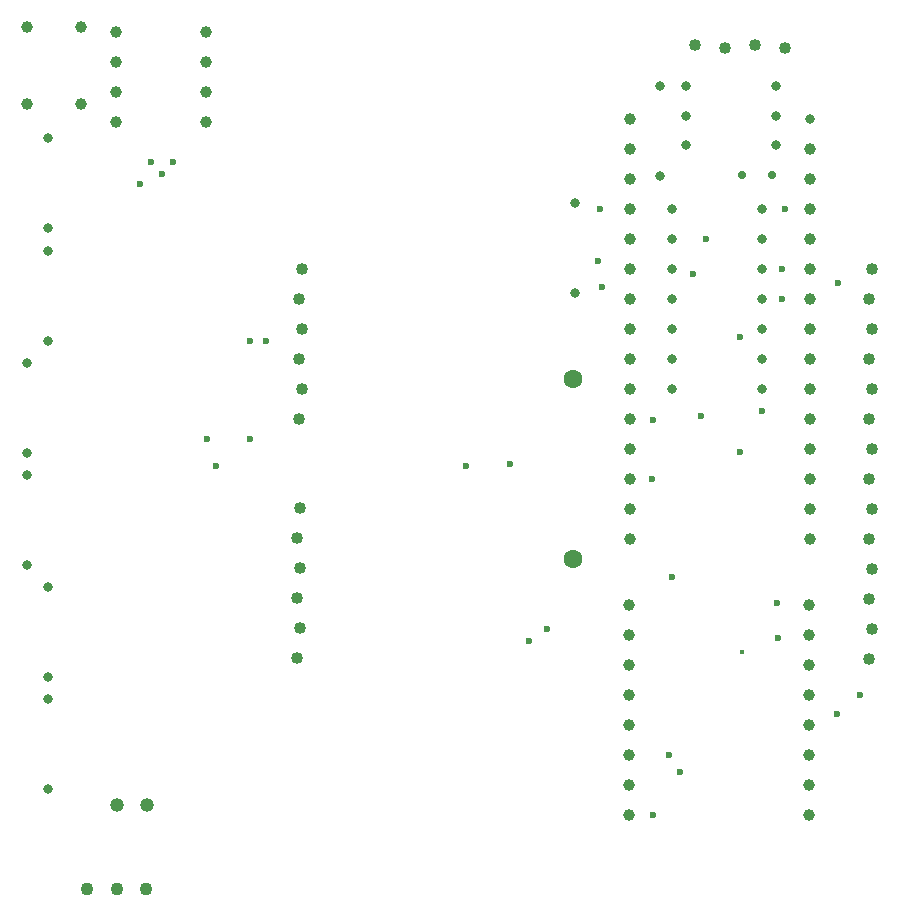
<source format=gbr>
%TF.GenerationSoftware,KiCad,Pcbnew,9.0.1*%
%TF.CreationDate,2025-07-23T10:34:01+02:00*%
%TF.ProjectId,mainboard,6d61696e-626f-4617-9264-2e6b69636164,rev?*%
%TF.SameCoordinates,Original*%
%TF.FileFunction,Plated,1,2,PTH,Drill*%
%TF.FilePolarity,Positive*%
%FSLAX46Y46*%
G04 Gerber Fmt 4.6, Leading zero omitted, Abs format (unit mm)*
G04 Created by KiCad (PCBNEW 9.0.1) date 2025-07-23 10:34:01*
%MOMM*%
%LPD*%
G01*
G04 APERTURE LIST*
%TA.AperFunction,ViaDrill*%
%ADD10C,0.400000*%
%TD*%
%TA.AperFunction,ViaDrill*%
%ADD11C,0.600000*%
%TD*%
%TA.AperFunction,ComponentDrill*%
%ADD12C,0.700000*%
%TD*%
%TA.AperFunction,ComponentDrill*%
%ADD13C,0.800000*%
%TD*%
%TA.AperFunction,ComponentDrill*%
%ADD14C,1.000000*%
%TD*%
%TA.AperFunction,ComponentDrill*%
%ADD15C,1.016000*%
%TD*%
%TA.AperFunction,ComponentDrill*%
%ADD16C,1.100000*%
%TD*%
%TA.AperFunction,ComponentDrill*%
%ADD17C,1.190000*%
%TD*%
%TA.AperFunction,ComponentDrill*%
%ADD18C,1.600000*%
%TD*%
G04 APERTURE END LIST*
D10*
X131100000Y-120900000D03*
D11*
X80166912Y-81300000D03*
X81066912Y-79400000D03*
X82000000Y-80400000D03*
X83000000Y-79400000D03*
X85800000Y-102900000D03*
X86600499Y-105199501D03*
X89500000Y-94600000D03*
X89500000Y-102900000D03*
X90825000Y-94600000D03*
X107800000Y-105200000D03*
X111500000Y-105000000D03*
X113085804Y-119985804D03*
X114660757Y-118960757D03*
X118938354Y-87788853D03*
X119100000Y-83400000D03*
X119300000Y-90000000D03*
X123500000Y-106260000D03*
X123600000Y-101300000D03*
X123600000Y-134700000D03*
X124931000Y-129600000D03*
X125200000Y-114600000D03*
X125900000Y-131100000D03*
X127003343Y-88938082D03*
X127700000Y-100900000D03*
X128075000Y-85900000D03*
X131000000Y-94225000D03*
X131000000Y-104000000D03*
X132800000Y-100500000D03*
X134135000Y-116765000D03*
X134165000Y-119735000D03*
X134500000Y-88500000D03*
X134500000Y-91020000D03*
X134750000Y-83400000D03*
X139200000Y-126200000D03*
X139300000Y-89700000D03*
X141100000Y-124530000D03*
D12*
%TO.C,C1*%
X131150000Y-80500000D03*
X133650000Y-80500000D03*
D13*
%TO.C,R3*%
X70600000Y-96430000D03*
X70600000Y-104050000D03*
%TO.C,R4*%
X70600000Y-105930000D03*
X70600000Y-113550000D03*
%TO.C,R1*%
X72400000Y-77380000D03*
X72400000Y-85000000D03*
%TO.C,R2*%
X72400000Y-86930000D03*
X72400000Y-94550000D03*
%TO.C,R5*%
X72400000Y-115400000D03*
X72400000Y-123020000D03*
%TO.C,R6*%
X72400000Y-124930000D03*
X72400000Y-132550000D03*
%TO.C,D3*%
X117000000Y-82880000D03*
X117000000Y-90500000D03*
%TO.C,R11*%
X124200000Y-73000000D03*
X124200000Y-80620000D03*
%TO.C,IC1*%
X125175000Y-83400000D03*
X125175000Y-85940000D03*
X125175000Y-88480000D03*
X125175000Y-91020000D03*
X125175000Y-93560000D03*
X125175000Y-96100000D03*
X125175000Y-98640000D03*
%TO.C,R8*%
X126380000Y-78000000D03*
%TO.C,R10*%
X126400000Y-73000000D03*
%TO.C,R7*%
X126400000Y-75500000D03*
%TO.C,IC1*%
X132795000Y-83400000D03*
X132795000Y-85940000D03*
X132795000Y-88480000D03*
X132795000Y-91020000D03*
X132795000Y-93560000D03*
X132795000Y-96100000D03*
X132795000Y-98640000D03*
%TO.C,R8*%
X134000000Y-78000000D03*
%TO.C,R10*%
X134020000Y-73000000D03*
%TO.C,R7*%
X134020000Y-75500000D03*
%TO.C,U1*%
X136870000Y-75780000D03*
D14*
%TO.C,S2*%
X70628800Y-68000000D03*
X70628800Y-74502400D03*
X75150000Y-68000000D03*
X75150000Y-74502400D03*
%TO.C,S3*%
X78150000Y-68450000D03*
X78150000Y-70990000D03*
X78150000Y-73530000D03*
X78150000Y-76070000D03*
X85770000Y-68450000D03*
X85770000Y-70990000D03*
X85770000Y-73530000D03*
X85770000Y-76070000D03*
%TO.C,U2*%
X121580000Y-116910000D03*
X121580000Y-119450000D03*
X121580000Y-121990000D03*
X121580000Y-124530000D03*
X121580000Y-127070000D03*
X121580000Y-129610000D03*
X121580000Y-132150000D03*
X121580000Y-134690000D03*
%TO.C,U1*%
X121630000Y-75780000D03*
X121630000Y-78320000D03*
X121630000Y-80860000D03*
X121630000Y-83400000D03*
X121630000Y-85940000D03*
X121630000Y-88480000D03*
X121630000Y-91020000D03*
X121630000Y-93560000D03*
X121630000Y-96100000D03*
X121630000Y-98640000D03*
X121630000Y-101180000D03*
X121630000Y-103720000D03*
X121630000Y-106260000D03*
X121630000Y-108800000D03*
X121630000Y-111340000D03*
%TO.C,U2*%
X136820000Y-116910000D03*
X136820000Y-119450000D03*
X136820000Y-121990000D03*
X136820000Y-124530000D03*
X136820000Y-127070000D03*
X136820000Y-129610000D03*
X136820000Y-132150000D03*
X136820000Y-134690000D03*
%TO.C,U1*%
X136870000Y-78320000D03*
X136870000Y-80860000D03*
X136870000Y-83400000D03*
X136870000Y-85940000D03*
X136870000Y-88480000D03*
X136870000Y-91020000D03*
X136870000Y-93560000D03*
X136870000Y-96100000D03*
X136870000Y-98640000D03*
X136870000Y-101180000D03*
X136870000Y-103720000D03*
X136870000Y-106260000D03*
X136870000Y-108800000D03*
X136870000Y-111340000D03*
D15*
%TO.C,J2*%
X93496000Y-111290000D03*
X93496000Y-116370000D03*
X93496000Y-121450000D03*
%TO.C,J3*%
X93623000Y-91040000D03*
X93623000Y-96120000D03*
X93623000Y-101200000D03*
%TO.C,J2*%
X93750000Y-108750000D03*
X93750000Y-113830000D03*
X93750000Y-118910000D03*
%TO.C,J3*%
X93877000Y-88500000D03*
X93877000Y-93580000D03*
X93877000Y-98660000D03*
%TO.C,J5*%
X127190000Y-69496000D03*
X129730000Y-69750000D03*
X132270000Y-69496000D03*
X134810000Y-69750000D03*
%TO.C,J1*%
X141877000Y-91020000D03*
X141877000Y-96100000D03*
X141877000Y-101180000D03*
X141877000Y-106260000D03*
X141877000Y-111340000D03*
X141877000Y-116420000D03*
X141877000Y-121500000D03*
X142131000Y-88480000D03*
X142131000Y-93560000D03*
X142131000Y-98640000D03*
X142131000Y-103720000D03*
X142131000Y-108800000D03*
X142131000Y-113880000D03*
X142131000Y-118960000D03*
D16*
%TO.C,S1*%
X75700000Y-140944724D03*
X78200000Y-140944724D03*
X80700000Y-140944724D03*
D17*
%TO.C,J4*%
X78260000Y-133850000D03*
X80800000Y-133850000D03*
D18*
%TO.C,D1*%
X116800000Y-97760000D03*
X116800000Y-113000000D03*
M02*

</source>
